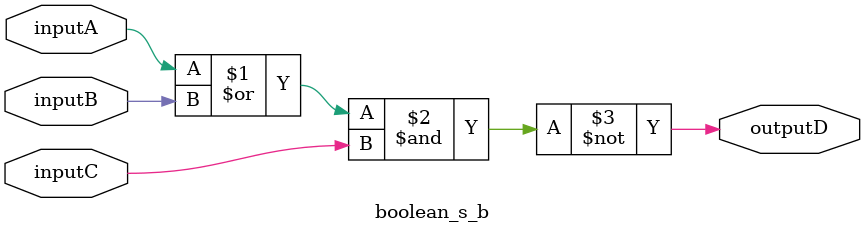
<source format=v>
`timescale 1ns / 1ps


module boolean_s_b(
    input inputA,
    input inputB,
    input inputC,
    output outputD
    );
    

    assign outputD = ~((inputA | inputB) & inputC); //(B)
endmodule



</source>
